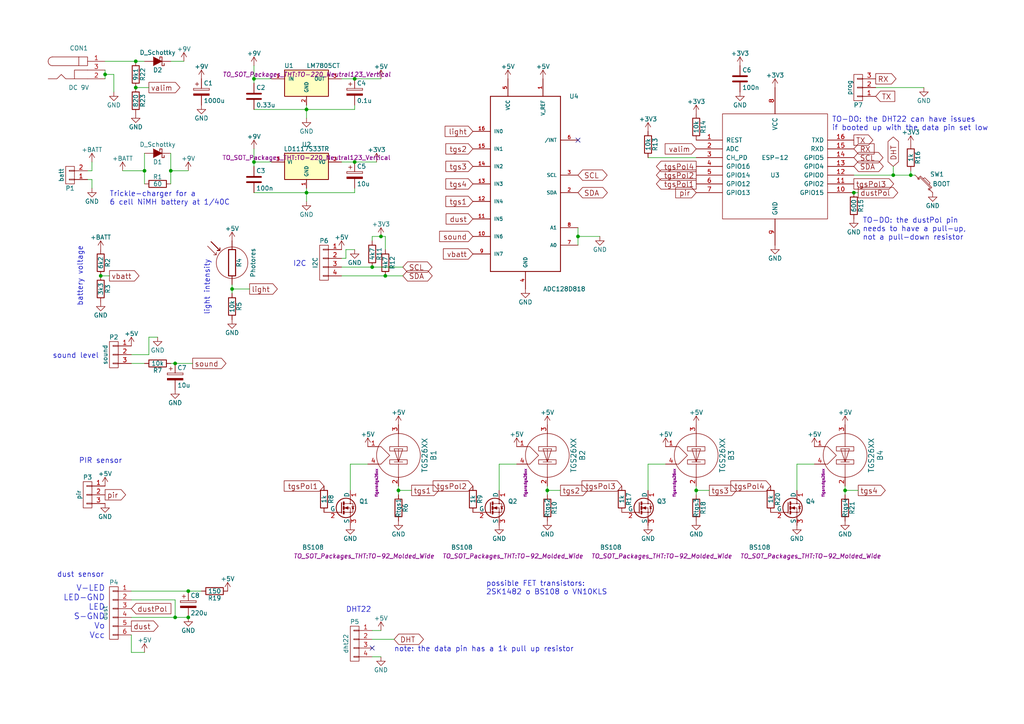
<source format=kicad_sch>
(kicad_sch (version 20230121) (generator eeschema)
  (paper "A4")
  (lib_symbols
    (symbol "sensors-rescue:+3.3V" (power) (pin_names (offset 0))
      (property "Value" "+3.3V" (at 0 3.556 0))
      (symbol "+3.3V_1_1"
        (pin power_in line (at 0 0 90) (length 0) hide (name "+3V3") (number "1"))
      )
    )
    (symbol "sensors-rescue:+5V" (power) (pin_names (offset 0))
      (property "Value" "+5V" (at 0 3.556 0))
      (symbol "+5V_1_1"
        (pin power_in line (at 0 0 90) (length 0) hide (name "+5V") (number "1"))
      )
    )
    (symbol "sensors-rescue:+9V" (power) (pin_names (offset 0))
      (property "Value" "+9V" (at 0 3.556 0))
      (symbol "+9V_1_1"
        (pin power_in line (at 0 0 90) (length 0) hide (name "+9V") (number "1"))
      )
    )
    (symbol "sensors-rescue:+BATT" (power) (pin_names (offset 0))
      (property "Value" "+BATT" (at 0 3.556 0))
      (symbol "+BATT_1_1"
        (pin power_in line (at 0 0 90) (length 0) hide (name "+BATT") (number "1"))
      )
    )
    (symbol "sensors-rescue:ADC128D818" (pin_names (offset 1.016))
      (property "Reference" "U" (at 12.7 25.4 0))
      (property "Value" "ADC128D818" (at 5.08 -30.48 0))
      (symbol "ADC128D818_0_0"
        (pin input line (at 5.08 30.48 270) (length 5.08) (name "V_REF") (number "1"))
        (pin input line (at -15.24 -15.24 0) (length 5.08) (name "IN6") (number "10"))
        (pin input line (at -15.24 -10.16 0) (length 5.08) (name "IN5") (number "11"))
        (pin input line (at -15.24 -5.08 0) (length 5.08) (name "IN4") (number "12"))
        (pin input line (at -15.24 0 0) (length 5.08) (name "IN3") (number "13"))
        (pin input line (at -15.24 5.08 0) (length 5.08) (name "IN2") (number "14"))
        (pin input line (at -15.24 10.16 0) (length 5.08) (name "IN1") (number "15"))
        (pin input line (at -15.24 15.24 0) (length 5.08) (name "IN0") (number "16"))
        (pin bidirectional line (at 15.24 -2.54 180) (length 5.08) (name "SDA") (number "2"))
        (pin input line (at 15.24 2.54 180) (length 5.08) (name "SCL") (number "3"))
        (pin input line (at 0 -30.48 90) (length 5.08) (name "GND") (number "4"))
        (pin input line (at -5.08 30.48 270) (length 5.08) (name "VCC") (number "5"))
        (pin output line (at 15.24 12.7 180) (length 5.08) (name "/INT") (number "6"))
        (pin input line (at 15.24 -17.78 180) (length 5.08) (name "A0") (number "7"))
        (pin input line (at 15.24 -12.7 180) (length 5.08) (name "A1") (number "8"))
        (pin input line (at -15.24 -20.32 0) (length 5.08) (name "IN7") (number "9"))
      )
    )
    (symbol "sensors-rescue:BARREL_JACK" (pin_names (offset 1.016))
      (property "Reference" "CON" (at 0 6.35 0))
      (property "Value" "BARREL_JACK" (at 0 -5.08 0))
      (symbol "BARREL_JACK_1_1"
        (pin passive line (at 7.62 2.54 180) (length 5.08) (name "~") (number "1"))
        (pin passive line (at 7.62 -2.54 180) (length 5.08) (name "~") (number "2"))
        (pin passive line (at 7.62 0 180) (length 5.08) (name "~") (number "3"))
      )
    )
    (symbol "sensors-rescue:BS170" (pin_names (offset 0))
      (property "Reference" "Q" (at 5.08 1.905 0))
      (property "Value" "BS170" (at 5.08 0 0))
      (property "Footprint" "TO-92" (at 5.08 -1.905 0))
      (symbol "BS170_1_1"
        (pin passive line (at 2.54 5.08 270) (length 2.54) (name "D") (number "1"))
        (pin input line (at -5.08 -1.27 0) (length 5.08) (name "G") (number "2"))
        (pin passive line (at 2.54 -5.08 90) (length 2.54) (name "S") (number "3"))
      )
    )
    (symbol "sensors-rescue:C" (pin_numbers hide) (pin_names (offset 0.254))
      (property "Reference" "C" (at 0.635 2.54 0))
      (property "Value" "C" (at 0.635 -2.54 0))
      (symbol "C_1_1"
        (pin passive line (at 0 3.81 270) (length 2.794) (name "~") (number "1"))
        (pin passive line (at 0 -3.81 90) (length 2.794) (name "~") (number "2"))
      )
    )
    (symbol "sensors-rescue:CONN_01X02" (pin_names (offset 1.016) hide)
      (property "Reference" "P" (at 0 3.81 0))
      (property "Value" "CONN_01X02" (at 2.54 0 90))
      (symbol "CONN_01X02_1_1"
        (pin passive line (at -5.08 1.27 0) (length 3.81) (name "P1") (number "1"))
        (pin passive line (at -5.08 -1.27 0) (length 3.81) (name "P2") (number "2"))
      )
    )
    (symbol "sensors-rescue:CONN_01X03" (pin_names (offset 1.016) hide)
      (property "Reference" "P" (at 0 5.08 0))
      (property "Value" "CONN_01X03" (at 2.54 0 90))
      (symbol "CONN_01X03_1_1"
        (pin passive line (at -5.08 2.54 0) (length 3.81) (name "P1") (number "1"))
        (pin passive line (at -5.08 0 0) (length 3.81) (name "P2") (number "2"))
        (pin passive line (at -5.08 -2.54 0) (length 3.81) (name "P3") (number "3"))
      )
    )
    (symbol "sensors-rescue:CONN_01X04" (pin_names (offset 1.016) hide)
      (property "Reference" "P" (at 0 6.35 0))
      (property "Value" "CONN_01X04" (at 2.54 0 90))
      (symbol "CONN_01X04_1_1"
        (pin passive line (at -5.08 3.81 0) (length 3.81) (name "P1") (number "1"))
        (pin passive line (at -5.08 1.27 0) (length 3.81) (name "P2") (number "2"))
        (pin passive line (at -5.08 -1.27 0) (length 3.81) (name "P3") (number "3"))
        (pin passive line (at -5.08 -3.81 0) (length 3.81) (name "P4") (number "4"))
      )
    )
    (symbol "sensors-rescue:CONN_01X06" (pin_names (offset 1.016) hide)
      (property "Reference" "P" (at 0 8.89 0))
      (property "Value" "CONN_01X06" (at 2.54 0 90))
      (symbol "CONN_01X06_1_1"
        (pin passive line (at -5.08 6.35 0) (length 3.81) (name "P1") (number "1"))
        (pin passive line (at -5.08 3.81 0) (length 3.81) (name "P2") (number "2"))
        (pin passive line (at -5.08 1.27 0) (length 3.81) (name "P3") (number "3"))
        (pin passive line (at -5.08 -1.27 0) (length 3.81) (name "P4") (number "4"))
        (pin passive line (at -5.08 -3.81 0) (length 3.81) (name "P5") (number "5"))
        (pin passive line (at -5.08 -6.35 0) (length 3.81) (name "P6") (number "6"))
      )
    )
    (symbol "sensors-rescue:CP" (pin_numbers hide) (pin_names (offset 0.254))
      (property "Reference" "C" (at 0.635 2.54 0))
      (property "Value" "CP" (at 0.635 -2.54 0))
      (symbol "CP_1_1"
        (pin passive line (at 0 3.81 270) (length 2.794) (name "~") (number "1"))
        (pin passive line (at 0 -3.81 90) (length 2.794) (name "~") (number "2"))
      )
    )
    (symbol "sensors-rescue:D_Schottky" (pin_numbers hide) (pin_names (offset 1.016) hide)
      (property "Reference" "D" (at 0 2.54 0))
      (property "Value" "D_Schottky" (at 0 -2.54 0))
      (symbol "D_Schottky_1_1"
        (pin passive line (at -3.81 0 0) (length 2.54) (name "K") (number "1"))
        (pin passive line (at 3.81 0 180) (length 2.54) (name "A") (number "2"))
      )
    )
    (symbol "sensors-rescue:ESP-12" (pin_names (offset 1.016))
      (property "Reference" "U" (at 0 -2.54 0))
      (property "Value" "ESP-12" (at 0 2.54 0))
      (symbol "ESP-12_1_1"
        (pin input line (at -22.86 7.62 0) (length 7.62) (name "REST") (number "1"))
        (pin bidirectional line (at 22.86 -7.62 180) (length 7.62) (name "GPIO15") (number "10"))
        (pin bidirectional line (at 22.86 -5.08 180) (length 7.62) (name "GPIO2") (number "11"))
        (pin bidirectional line (at 22.86 -2.54 180) (length 7.62) (name "GPIO0") (number "12"))
        (pin bidirectional line (at 22.86 0 180) (length 7.62) (name "GPIO4") (number "13"))
        (pin bidirectional line (at 22.86 2.54 180) (length 7.62) (name "GPIO5") (number "14"))
        (pin input line (at 22.86 5.08 180) (length 7.62) (name "RXD") (number "15"))
        (pin output line (at 22.86 7.62 180) (length 7.62) (name "TXD") (number "16"))
        (pin passive line (at -22.86 5.08 0) (length 7.62) (name "ADC") (number "2"))
        (pin input line (at -22.86 2.54 0) (length 7.62) (name "CH_PD") (number "3"))
        (pin bidirectional line (at -22.86 0 0) (length 7.62) (name "GPIO16") (number "4"))
        (pin bidirectional line (at -22.86 -2.54 0) (length 7.62) (name "GPIO14") (number "5"))
        (pin bidirectional line (at -22.86 -5.08 0) (length 7.62) (name "GPIO12") (number "6"))
        (pin bidirectional line (at -22.86 -7.62 0) (length 7.62) (name "GPIO13") (number "7"))
        (pin power_in line (at 0 22.86 270) (length 7.62) (name "VCC") (number "8"))
        (pin power_in line (at 0 -22.86 90) (length 7.62) (name "GND") (number "9"))
      )
    )
    (symbol "sensors-rescue:GND" (power) (pin_names (offset 0))
      (property "Value" "GND" (at 0 -3.81 0))
      (symbol "GND_1_1"
        (pin power_in line (at 0 0 270) (length 0) hide (name "GND") (number "1"))
      )
    )
    (symbol "sensors-rescue:LD1117S33TR" (pin_names (offset 0.762))
      (property "Reference" "U" (at 0 6.35 0))
      (property "Value" "LD1117S33TR" (at 0 5.08 0))
      (property "Footprint" "SOT-223" (at 0 2.54 0))
      (symbol "LD1117S33TR_1_1"
        (pin power_in line (at 0 -6.35 90) (length 2.54) (name "GND") (number "1"))
        (pin power_out line (at 10.16 1.27 180) (length 3.81) (name "VO") (number "2"))
        (pin power_in line (at -10.16 1.27 0) (length 3.81) (name "VI") (number "3"))
      )
    )
    (symbol "sensors-rescue:LM7805CT" (pin_names (offset 1.016))
      (property "Reference" "U" (at -5.08 5.08 0))
      (property "Value" "LM7805CT" (at 0 5.08 0))
      (property "Footprint" "TO-220" (at 0 2.54 0))
      (symbol "LM7805CT_1_1"
        (pin input line (at -10.16 1.27 0) (length 3.81) (name "IN") (number "1"))
        (pin power_in line (at 0 -6.35 90) (length 2.54) (name "GND") (number "2"))
        (pin power_out line (at 10.16 1.27 180) (length 3.81) (name "OUT") (number "3"))
      )
    )
    (symbol "sensors-rescue:Photores" (pin_numbers hide) (pin_names (offset 0))
      (property "Reference" "R" (at 2.032 0 90))
      (property "Value" "Photores" (at 5.334 0 90))
      (symbol "Photores_1_1"
        (pin passive line (at 0 6.35 270) (length 2.54) (name "~") (number "1"))
        (pin passive line (at 0 -6.35 90) (length 2.54) (name "~") (number "2"))
      )
    )
    (symbol "sensors-rescue:R" (pin_numbers hide) (pin_names (offset 0))
      (property "Reference" "R" (at 2.032 0 90))
      (property "Value" "R" (at 0 0 90))
      (symbol "R_1_1"
        (pin passive line (at 0 3.81 270) (length 1.27) (name "~") (number "1"))
        (pin passive line (at 0 -3.81 90) (length 1.27) (name "~") (number "2"))
      )
    )
    (symbol "sensors-rescue:SW_PUSH_SMALL" (pin_numbers hide) (pin_names (offset 1.016) hide)
      (property "Reference" "SW" (at 3.81 2.794 0))
      (property "Value" "SW_PUSH_SMALL" (at 0 -2.0066 0))
      (symbol "SW_PUSH_SMALL_0_1"
        (pin passive line (at -2.54 2.54 0) (length 0) (name "1") (number "1"))
        (pin passive line (at 2.54 -2.54 180) (length 0) (name "2") (number "2"))
      )
    )
    (symbol "sensors-rescue:TGS2600" (pin_names (offset 0) hide)
      (property "Reference" "B" (at 0 10.16 0))
      (property "Value" "TGS2600" (at 0 7.62 0))
      (property "Footprint" "Pkg" (at 3.81 -6.35 0))
      (symbol "TGS2600_1_1"
        (pin input line (at -2.54 -8.89 90) (length 3.175) (name "~") (number "1"))
        (pin input line (at 8.89 0 180) (length 2.54) (name "-") (number "2"))
        (pin input line (at -8.89 0 0) (length 2.54) (name "~") (number "3"))
        (pin input line (at 2.54 -8.89 90) (length 3.175) (name "~") (number "4"))
      )
    )
  )
  (junction (at 50.8 179.07))
  (junction (at 107.95 77.47))
  (junction (at 102.87 22.86))
  (junction (at 88.9 55.88))
  (junction (at 39.37 25.4))
  (junction (at 54.61 171.45))
  (junction (at 158.75 142.24))
  (junction (at 49.53 49.53))
  (junction (at 30.48 21.59))
  (junction (at 88.9 31.75))
  (junction (at 201.93 142.24))
  (junction (at 73.66 22.86))
  (junction (at 54.61 179.07))
  (junction (at 29.21 80.01))
  (junction (at 259.08 50.8))
  (junction (at 110.49 68.58))
  (junction (at 115.57 142.24))
  (junction (at 50.8 105.41))
  (junction (at 247.65 55.88))
  (junction (at 67.31 83.82))
  (junction (at 264.16 50.8))
  (junction (at 41.91 49.53))
  (junction (at 167.64 68.58))
  (junction (at 245.11 142.24))
  (junction (at 39.37 17.78))
  (junction (at 111.76 80.01))
  (junction (at 102.87 46.99))
  (junction (at 73.66 46.99))
  (no_connect (at 107.95 187.96))
  (no_connect (at 167.64 40.64))
  (wire (pts (xy 264.16 49.53) (xy 264.16 50.8)))
  (wire (pts (xy 54.61 171.45) (xy 58.42 171.45)))
  (wire (pts (xy 26.67 54.61) (xy 26.67 52.07)))
  (wire (pts (xy 88.9 55.88) (xy 88.9 58.42)))
  (wire (pts (xy 49.53 49.53) (xy 49.53 53.34)))
  (wire (pts (xy 158.75 142.24) (xy 162.56 142.24)))
  (wire (pts (xy 30.48 21.59) (xy 33.02 21.59)))
  (wire (pts (xy 245.11 142.24) (xy 248.92 142.24)))
  (wire (pts (xy 248.92 55.88) (xy 247.65 55.88)))
  (wire (pts (xy 73.66 43.18) (xy 73.66 46.99)))
  (wire (pts (xy 201.93 143.51) (xy 201.93 142.24)))
  (wire (pts (xy 26.67 52.07) (xy 25.4 52.07)))
  (wire (pts (xy 88.9 55.88) (xy 102.87 55.88)))
  (wire (pts (xy 100.33 72.39) (xy 102.87 72.39)))
  (wire (pts (xy 111.76 68.58) (xy 111.76 72.39)))
  (wire (pts (xy 187.96 142.24) (xy 187.96 134.62)))
  (wire (pts (xy 107.95 68.58) (xy 110.49 68.58)))
  (wire (pts (xy 49.53 49.53) (xy 54.61 49.53)))
  (wire (pts (xy 158.75 142.24) (xy 158.75 140.97)))
  (wire (pts (xy 50.8 173.99) (xy 50.8 179.07)))
  (wire (pts (xy 99.06 74.93) (xy 100.33 74.93)))
  (wire (pts (xy 100.33 74.93) (xy 100.33 72.39)))
  (wire (pts (xy 267.97 25.4) (xy 254 25.4)))
  (wire (pts (xy 30.48 20.32) (xy 30.48 21.59)))
  (wire (pts (xy 67.31 83.82) (xy 67.31 82.55)))
  (wire (pts (xy 38.1 179.07) (xy 50.8 179.07)))
  (wire (pts (xy 99.06 46.99) (xy 102.87 46.99)))
  (wire (pts (xy 187.96 134.62) (xy 193.04 134.62)))
  (wire (pts (xy 78.74 46.99) (xy 73.66 46.99)))
  (wire (pts (xy 167.64 68.58) (xy 167.64 66.04)))
  (wire (pts (xy 115.57 142.24) (xy 119.38 142.24)))
  (wire (pts (xy 88.9 30.48) (xy 88.9 31.75)))
  (wire (pts (xy 41.91 49.53) (xy 41.91 53.34)))
  (wire (pts (xy 30.48 21.59) (xy 30.48 22.86)))
  (wire (pts (xy 115.57 142.24) (xy 115.57 140.97)))
  (wire (pts (xy 265.43 50.8) (xy 264.16 50.8)))
  (wire (pts (xy 49.53 44.45) (xy 49.53 49.53)))
  (wire (pts (xy 101.6 134.62) (xy 106.68 134.62)))
  (wire (pts (xy 38.1 189.23) (xy 41.91 189.23)))
  (wire (pts (xy 38.1 102.87) (xy 43.18 102.87)))
  (wire (pts (xy 102.87 22.86) (xy 110.49 22.86)))
  (wire (pts (xy 73.66 22.86) (xy 73.66 24.13)))
  (wire (pts (xy 201.93 142.24) (xy 205.74 142.24)))
  (wire (pts (xy 99.06 77.47) (xy 107.95 77.47)))
  (wire (pts (xy 67.31 85.09) (xy 67.31 83.82)))
  (wire (pts (xy 53.34 17.78) (xy 49.53 17.78)))
  (wire (pts (xy 107.95 77.47) (xy 116.84 77.47)))
  (wire (pts (xy 110.49 190.5) (xy 107.95 190.5)))
  (wire (pts (xy 245.11 143.51) (xy 245.11 142.24)))
  (wire (pts (xy 158.75 143.51) (xy 158.75 142.24)))
  (wire (pts (xy 43.18 25.4) (xy 39.37 25.4)))
  (wire (pts (xy 38.1 184.15) (xy 38.1 189.23)))
  (wire (pts (xy 245.11 142.24) (xy 245.11 140.97)))
  (wire (pts (xy 67.31 83.82) (xy 72.39 83.82)))
  (wire (pts (xy 111.76 80.01) (xy 116.84 80.01)))
  (wire (pts (xy 30.48 17.78) (xy 39.37 17.78)))
  (wire (pts (xy 41.91 105.41) (xy 38.1 105.41)))
  (wire (pts (xy 110.49 182.88) (xy 107.95 182.88)))
  (wire (pts (xy 41.91 44.45) (xy 41.91 49.53)))
  (wire (pts (xy 88.9 54.61) (xy 88.9 55.88)))
  (wire (pts (xy 33.02 21.59) (xy 33.02 26.67)))
  (wire (pts (xy 73.66 19.05) (xy 73.66 22.86)))
  (wire (pts (xy 259.08 48.26) (xy 259.08 50.8)))
  (wire (pts (xy 110.49 68.58) (xy 111.76 68.58)))
  (wire (pts (xy 38.1 173.99) (xy 50.8 173.99)))
  (wire (pts (xy 43.18 97.79) (xy 45.72 97.79)))
  (wire (pts (xy 43.18 102.87) (xy 43.18 97.79)))
  (wire (pts (xy 99.06 22.86) (xy 102.87 22.86)))
  (wire (pts (xy 35.56 49.53) (xy 41.91 49.53)))
  (wire (pts (xy 26.67 49.53) (xy 26.67 46.99)))
  (wire (pts (xy 231.14 134.62) (xy 236.22 134.62)))
  (wire (pts (xy 73.66 46.99) (xy 73.66 48.26)))
  (wire (pts (xy 144.78 134.62) (xy 149.86 134.62)))
  (wire (pts (xy 173.99 68.58) (xy 167.64 68.58)))
  (wire (pts (xy 167.64 71.12) (xy 167.64 68.58)))
  (wire (pts (xy 38.1 171.45) (xy 54.61 171.45)))
  (wire (pts (xy 264.16 50.8) (xy 259.08 50.8)))
  (wire (pts (xy 187.96 45.72) (xy 201.93 45.72)))
  (wire (pts (xy 50.8 179.07) (xy 54.61 179.07)))
  (wire (pts (xy 25.4 49.53) (xy 26.67 49.53)))
  (wire (pts (xy 231.14 142.24) (xy 231.14 134.62)))
  (wire (pts (xy 99.06 80.01) (xy 111.76 80.01)))
  (wire (pts (xy 115.57 143.51) (xy 115.57 142.24)))
  (wire (pts (xy 88.9 31.75) (xy 102.87 31.75)))
  (wire (pts (xy 88.9 31.75) (xy 88.9 34.29)))
  (wire (pts (xy 114.3 185.42) (xy 107.95 185.42)))
  (wire (pts (xy 50.8 105.41) (xy 55.88 105.41)))
  (wire (pts (xy 144.78 142.24) (xy 144.78 134.62)))
  (wire (pts (xy 102.87 55.88) (xy 102.87 54.61)))
  (wire (pts (xy 49.53 105.41) (xy 50.8 105.41)))
  (wire (pts (xy 31.75 80.01) (xy 29.21 80.01)))
  (wire (pts (xy 73.66 55.88) (xy 88.9 55.88)))
  (wire (pts (xy 201.93 142.24) (xy 201.93 140.97)))
  (wire (pts (xy 73.66 31.75) (xy 88.9 31.75)))
  (wire (pts (xy 39.37 17.78) (xy 41.91 17.78)))
  (wire (pts (xy 78.74 22.86) (xy 73.66 22.86)))
  (wire (pts (xy 102.87 31.75) (xy 102.87 30.48)))
  (wire (pts (xy 107.95 69.85) (xy 107.95 68.58)))
  (wire (pts (xy 102.87 46.99) (xy 109.22 46.99)))
  (wire (pts (xy 259.08 50.8) (xy 247.65 50.8)))
  (wire (pts (xy 101.6 142.24) (xy 101.6 134.62)))
  (text "I2C" (at 88.9 77.47 0) (effects (font (size 1.524 1.524)) (justify right bottom)))
  (text "dust sensor" (at 16.51 167.64 0) (effects (font (size 1.524 1.524)) (justify left bottom)))
  (text "TO-DO: the dustPol pin\nneeds to have a pull-up,\nnot a pull-down resistor" (at 250.19 69.85 0) (effects (font (size 1.524 1.524)) (justify left bottom)))
  (text "Trickle-charger for a\n6 cell NiMH battery at 1/40C" (at 31.75 59.69 0) (effects (font (size 1.524 1.524)) (justify left bottom)))
  (text "note: the data pin has a 1k pull up resistor" (at 114.3 189.23 0) (effects (font (size 1.524 1.524)) (justify left bottom)))
  (text "sound level" (at 15.24 104.14 0) (effects (font (size 1.524 1.524)) (justify left bottom)))
  (text "TO-DO: the DHT22 can have issues\nif booted up with the data pin set low" (at 241.3 38.1 0) (effects (font (size 1.524 1.524)) (justify left bottom)))
  (text "possible FET transistors:\n2SK1482 o BS108 o VN10KLS" (at 140.97 172.72 0) (effects (font (size 1.524 1.524)) (justify left bottom)))
  (text "PIR sensor" (at 22.86 134.62 0) (effects (font (size 1.524 1.524)) (justify left bottom)))
  (text "DHT22" (at 100.33 177.8 0) (effects (font (size 1.524 1.524)) (justify left bottom)))
  (text "V-LED\nLED-GND\nLED\nS-GND\nVo\nVcc" (at 30.48 185.42 0) (effects (font (size 1.7018 1.7018)) (justify right bottom)))
  (text "battery voltage" (at 24.13 88.9 90) (effects (font (size 1.524 1.524)) (justify left bottom)))
  (text "light intensity" (at 60.96 91.44 90) (effects (font (size 1.524 1.524)) (justify left bottom)))
  (global_label "tgsPol1" (shape input) (at 93.98 140.97 180) (effects (font (size 1.524 1.524))) (property "Intersheetrefs" "${INTERSHEET_REFS}" (effects hide)))
  (global_label "tgs2" (shape output) (at 162.56 142.24 0) (effects (font (size 1.524 1.524))) (property "Intersheetrefs" "${INTERSHEET_REFS}" (effects hide)))
  (global_label "SDA" (shape bidirectional) (at 247.65 48.26 0) (effects (font (size 1.524 1.524))) (property "Intersheetrefs" "${INTERSHEET_REFS}" (effects hide)))
  (global_label "SDA" (shape bidirectional) (at 167.64 55.88 0) (effects (font (size 1.524 1.524))) (property "Intersheetrefs" "${INTERSHEET_REFS}" (effects hide)))
  (global_label "DHT" (shape bidirectional) (at 114.3 185.42 0) (effects (font (size 1.524 1.524))) (property "Intersheetrefs" "${INTERSHEET_REFS}" (effects hide)))
  (global_label "SCL" (shape bidirectional) (at 167.64 50.8 0) (effects (font (size 1.524 1.524))) (property "Intersheetrefs" "${INTERSHEET_REFS}" (effects hide)))
  (global_label "SCL" (shape bidirectional) (at 247.65 45.72 0) (effects (font (size 1.524 1.524))) (property "Intersheetrefs" "${INTERSHEET_REFS}" (effects hide)))
  (global_label "SCL" (shape bidirectional) (at 116.84 77.47 0) (effects (font (size 1.524 1.524))) (property "Intersheetrefs" "${INTERSHEET_REFS}" (effects hide)))
  (global_label "tgsPol4" (shape input) (at 223.52 140.97 180) (effects (font (size 1.524 1.524))) (property "Intersheetrefs" "${INTERSHEET_REFS}" (effects hide)))
  (global_label "dustPol" (shape input) (at 38.1 176.53 0) (effects (font (size 1.524 1.524))) (property "Intersheetrefs" "${INTERSHEET_REFS}" (effects hide)))
  (global_label "pir" (shape input) (at 201.93 55.88 180) (effects (font (size 1.524 1.524))) (property "Intersheetrefs" "${INTERSHEET_REFS}" (effects hide)))
  (global_label "tgsPol2" (shape output) (at 201.93 50.8 180) (effects (font (size 1.524 1.524))) (property "Intersheetrefs" "${INTERSHEET_REFS}" (effects hide)))
  (global_label "sound" (shape output) (at 55.88 105.41 0) (effects (font (size 1.524 1.524))) (property "Intersheetrefs" "${INTERSHEET_REFS}" (effects hide)))
  (global_label "SDA" (shape bidirectional) (at 116.84 80.01 0) (effects (font (size 1.524 1.524))) (property "Intersheetrefs" "${INTERSHEET_REFS}" (effects hide)))
  (global_label "tgsPol3" (shape output) (at 247.65 53.34 0) (effects (font (size 1.524 1.524))) (property "Intersheetrefs" "${INTERSHEET_REFS}" (effects hide)))
  (global_label "tgsPol4" (shape output) (at 201.93 48.26 180) (effects (font (size 1.524 1.524))) (property "Intersheetrefs" "${INTERSHEET_REFS}" (effects hide)))
  (global_label "tgs1" (shape input) (at 137.16 58.42 180) (effects (font (size 1.524 1.524))) (property "Intersheetrefs" "${INTERSHEET_REFS}" (effects hide)))
  (global_label "tgs3" (shape input) (at 137.16 48.26 180) (effects (font (size 1.524 1.524))) (property "Intersheetrefs" "${INTERSHEET_REFS}" (effects hide)))
  (global_label "tgs4" (shape input) (at 137.16 53.34 180) (effects (font (size 1.524 1.524))) (property "Intersheetrefs" "${INTERSHEET_REFS}" (effects hide)))
  (global_label "tgsPol2" (shape input) (at 137.16 140.97 180) (effects (font (size 1.524 1.524))) (property "Intersheetrefs" "${INTERSHEET_REFS}" (effects hide)))
  (global_label "RX" (shape input) (at 247.65 43.18 0) (effects (font (size 1.524 1.524))) (property "Intersheetrefs" "${INTERSHEET_REFS}" (effects hide)))
  (global_label "tgs3" (shape output) (at 205.74 142.24 0) (effects (font (size 1.524 1.524))) (property "Intersheetrefs" "${INTERSHEET_REFS}" (effects hide)))
  (global_label "vbatt" (shape output) (at 31.75 80.01 0) (effects (font (size 1.524 1.524))) (property "Intersheetrefs" "${INTERSHEET_REFS}" (effects hide)))
  (global_label "dust" (shape output) (at 38.1 181.61 0) (effects (font (size 1.524 1.524))) (property "Intersheetrefs" "${INTERSHEET_REFS}" (effects hide)))
  (global_label "vbatt" (shape input) (at 137.16 73.66 180) (effects (font (size 1.524 1.524))) (property "Intersheetrefs" "${INTERSHEET_REFS}" (effects hide)))
  (global_label "tgs2" (shape input) (at 137.16 43.18 180) (effects (font (size 1.524 1.524))) (property "Intersheetrefs" "${INTERSHEET_REFS}" (effects hide)))
  (global_label "tgs4" (shape output) (at 248.92 142.24 0) (effects (font (size 1.524 1.524))) (property "Intersheetrefs" "${INTERSHEET_REFS}" (effects hide)))
  (global_label "tgsPol1" (shape output) (at 201.93 53.34 180) (effects (font (size 1.524 1.524))) (property "Intersheetrefs" "${INTERSHEET_REFS}" (effects hide)))
  (global_label "DHT" (shape bidirectional) (at 259.08 48.26 90) (effects (font (size 1.524 1.524))) (property "Intersheetrefs" "${INTERSHEET_REFS}" (effects hide)))
  (global_label "RX" (shape output) (at 254 22.86 0) (effects (font (size 1.524 1.524))) (property "Intersheetrefs" "${INTERSHEET_REFS}" (effects hide)))
  (global_label "light" (shape output) (at 72.39 83.82 0) (effects (font (size 1.524 1.524))) (property "Intersheetrefs" "${INTERSHEET_REFS}" (effects hide)))
  (global_label "dustPol" (shape output) (at 248.92 55.88 0) (effects (font (size 1.524 1.524))) (property "Intersheetrefs" "${INTERSHEET_REFS}" (effects hide)))
  (global_label "sound" (shape input) (at 137.16 68.58 180) (effects (font (size 1.524 1.524))) (property "Intersheetrefs" "${INTERSHEET_REFS}" (effects hide)))
  (global_label "light" (shape input) (at 137.16 38.1 180) (effects (font (size 1.524 1.524))) (property "Intersheetrefs" "${INTERSHEET_REFS}" (effects hide)))
  (global_label "TX" (shape input) (at 254 27.94 0) (effects (font (size 1.524 1.524))) (property "Intersheetrefs" "${INTERSHEET_REFS}" (effects hide)))
  (global_label "valim" (shape output) (at 43.18 25.4 0) (effects (font (size 1.524 1.524))) (property "Intersheetrefs" "${INTERSHEET_REFS}" (effects hide)))
  (global_label "pir" (shape output) (at 30.48 143.51 0) (effects (font (size 1.524 1.524))) (property "Intersheetrefs" "${INTERSHEET_REFS}" (effects hide)))
  (global_label "dust" (shape input) (at 137.16 63.5 180) (effects (font (size 1.524 1.524))) (property "Intersheetrefs" "${INTERSHEET_REFS}" (effects hide)))
  (global_label "tgs1" (shape output) (at 119.38 142.24 0) (effects (font (size 1.524 1.524))) (property "Intersheetrefs" "${INTERSHEET_REFS}" (effects hide)))
  (global_label "valim" (shape input) (at 201.93 43.18 180) (effects (font (size 1.524 1.524))) (property "Intersheetrefs" "${INTERSHEET_REFS}" (effects hide)))
  (global_label "TX" (shape output) (at 247.65 40.64 0) (effects (font (size 1.524 1.524))) (property "Intersheetrefs" "${INTERSHEET_REFS}" (effects hide)))
  (global_label "tgsPol3" (shape input) (at 180.34 140.97 180) (effects (font (size 1.524 1.524))) (property "Intersheetrefs" "${INTERSHEET_REFS}" (effects hide)))
  (symbol (lib_id "sensors-rescue:+9V") (at 54.61 49.53 0) (unit 1)
    (property "Reference" "#PWR01" (effects hide))
    (property "Value" "+9V" (at 54.61 45.974 0))
  )
  (symbol (lib_id "sensors-rescue:+BATT") (at 35.56 49.53 0) (unit 1)
    (property "Reference" "#PWR02" (effects hide))
    (property "Value" "+BATT" (at 35.56 45.974 0))
  )
  (symbol (lib_id "sensors-rescue:R") (at 45.72 53.34 90) (unit 1)
    (property "Reference" "R1" (at 45.72 51.308 90))
    (property "Value" "60" (at 45.72 53.34 90))
    (property "Footprint" "Resistors_ThroughHole:Resistor_Horizontal_RM20mm" (effects hide))
  )
  (symbol (lib_id "sensors-rescue:D_Schottky") (at 45.72 44.45 180) (unit 1)
    (property "Reference" "D1" (at 45.72 46.99 0))
    (property "Value" "D_Schottky" (at 45.72 41.91 0))
    (property "Footprint" "Diodes_ThroughHole:Diode_DO-41_SOD81_Vertical_KathodeUp" (effects hide))
  )
  (symbol (lib_id "sensors-rescue:CP") (at 58.42 26.67 0) (unit 1)
    (property "Reference" "C1" (at 59.055 24.13 0) (effects (justify left)))
    (property "Value" "1000u" (at 59.055 29.21 0) (effects (justify left)))
    (property "Footprint" "Capacitors_ThroughHole:C_Radial_D10_L16_P5" (effects hide))
  )
  (symbol (lib_id "sensors-rescue:+9V") (at 73.66 43.18 0) (unit 1)
    (property "Reference" "#PWR03" (effects hide))
    (property "Value" "+9V" (at 73.66 39.624 0))
  )
  (symbol (lib_id "sensors-rescue:C") (at 73.66 52.07 0) (unit 1)
    (property "Reference" "C3" (at 74.295 49.53 0) (effects (justify left)))
    (property "Value" "100n" (at 74.295 54.61 0) (effects (justify left)))
    (property "Footprint" "Capacitors_ThroughHole:C_Rect_L7_W2_P5" (effects hide))
  )
  (symbol (lib_id "sensors-rescue:CP") (at 102.87 50.8 0) (unit 1)
    (property "Reference" "C5" (at 103.505 48.26 0) (effects (justify left)))
    (property "Value" "10u" (at 103.505 53.34 0) (effects (justify left)))
    (property "Footprint" "Capacitors_ThroughHole:C_Radial_D8_L11.5_P3.5" (effects hide))
  )
  (symbol (lib_id "sensors-rescue:GND") (at 88.9 58.42 0) (unit 1)
    (property "Reference" "#PWR04" (effects hide))
    (property "Value" "GND" (at 88.9 62.23 0))
  )
  (symbol (lib_id "sensors-rescue:LM7805CT") (at 88.9 24.13 0) (unit 1)
    (property "Reference" "U1" (at 83.82 19.05 0))
    (property "Value" "LM7805CT" (at 88.9 19.05 0) (effects (justify left)))
    (property "Footprint" "TO_SOT_Packages_THT:TO-220_Neutral123_Vertical" (at 88.9 21.59 0) (effects (font italic)))
  )
  (symbol (lib_id "sensors-rescue:+9V") (at 73.66 19.05 0) (unit 1)
    (property "Reference" "#PWR05" (effects hide))
    (property "Value" "+9V" (at 73.66 15.494 0))
  )
  (symbol (lib_id "sensors-rescue:C") (at 73.66 27.94 0) (unit 1)
    (property "Reference" "C2" (at 74.295 25.4 0) (effects (justify left)))
    (property "Value" "0.33u" (at 74.295 30.48 0) (effects (justify left)))
    (property "Footprint" "Capacitors_ThroughHole:C_Rect_L7_W2_P5" (effects hide))
  )
  (symbol (lib_id "sensors-rescue:CP") (at 102.87 26.67 0) (unit 1)
    (property "Reference" "C4" (at 103.505 24.13 0) (effects (justify left)))
    (property "Value" "0.1u" (at 103.505 29.21 0) (effects (justify left)))
    (property "Footprint" "Capacitors_ThroughHole:C_Radial_D8_L11.5_P3.5" (effects hide))
  )
  (symbol (lib_id "sensors-rescue:GND") (at 88.9 34.29 0) (unit 1)
    (property "Reference" "#PWR06" (effects hide))
    (property "Value" "GND" (at 88.9 38.1 0))
  )
  (symbol (lib_id "sensors-rescue:+3.3V") (at 109.22 46.99 0) (unit 1)
    (property "Reference" "#PWR07" (effects hide))
    (property "Value" "+3.3V" (at 109.22 43.434 0))
  )
  (symbol (lib_id "sensors-rescue:+5V") (at 110.49 22.86 0) (unit 1)
    (property "Reference" "#PWR08" (effects hide))
    (property "Value" "+5V" (at 110.49 19.304 0))
  )
  (symbol (lib_id "sensors-rescue:BARREL_JACK") (at 22.86 20.32 0) (unit 1)
    (property "Reference" "CON1" (at 22.86 13.97 0))
    (property "Value" "DC 9V" (at 22.86 25.4 0))
    (property "Footprint" "Connect:JACK_ALIM" (effects hide))
  )
  (symbol (lib_id "sensors-rescue:+9V") (at 53.34 17.78 0) (unit 1)
    (property "Reference" "#PWR09" (effects hide))
    (property "Value" "+9V" (at 53.34 14.224 0))
  )
  (symbol (lib_id "sensors-rescue:GND") (at 33.02 26.67 0) (unit 1)
    (property "Reference" "#PWR010" (effects hide))
    (property "Value" "GND" (at 33.02 30.48 0))
  )
  (symbol (lib_id "sensors-rescue:ESP-12") (at 224.79 48.26 0) (unit 1)
    (property "Reference" "U3" (at 224.79 50.8 0))
    (property "Value" "ESP-12" (at 224.79 45.72 0))
    (property "Footprint" "ESP8266:ESP-12" (effects hide))
  )
  (symbol (lib_id "sensors-rescue:+3.3V") (at 224.79 25.4 0) (unit 1)
    (property "Reference" "#PWR011" (effects hide))
    (property "Value" "+3.3V" (at 224.79 21.844 0))
  )
  (symbol (lib_id "sensors-rescue:GND") (at 224.79 71.12 0) (unit 1)
    (property "Reference" "#PWR012" (effects hide))
    (property "Value" "GND" (at 224.79 74.93 0))
  )
  (symbol (lib_id "sensors-rescue:CONN_01X02") (at 20.32 50.8 180) (unit 1)
    (property "Reference" "P1" (at 20.32 54.61 0))
    (property "Value" "batt" (at 17.78 50.8 90))
    (property "Footprint" "Pin_Headers:Pin_Header_Straight_1x02" (effects hide))
  )
  (symbol (lib_id "sensors-rescue:+BATT") (at 26.67 46.99 0) (unit 1)
    (property "Reference" "#PWR013" (effects hide))
    (property "Value" "+BATT" (at 26.67 43.434 0))
  )
  (symbol (lib_id "sensors-rescue:GND") (at 26.67 54.61 0) (unit 1)
    (property "Reference" "#PWR014" (effects hide))
    (property "Value" "GND" (at 26.67 58.42 0))
  )
  (symbol (lib_id "sensors-rescue:+9V") (at 58.42 22.86 0) (unit 1)
    (property "Reference" "#PWR015" (effects hide))
    (property "Value" "+9V" (at 58.42 19.304 0))
  )
  (symbol (lib_id "sensors-rescue:GND") (at 58.42 30.48 0) (unit 1)
    (property "Reference" "#PWR016" (effects hide))
    (property "Value" "GND" (at 58.42 34.29 0))
  )
  (symbol (lib_id "sensors-rescue:LD1117S33TR") (at 88.9 48.26 0) (unit 1)
    (property "Reference" "U2" (at 88.9 41.91 0))
    (property "Value" "LD1117S33TR" (at 88.9 43.18 0))
    (property "Footprint" "TO_SOT_Packages_THT:TO-220_Neutral123_Vertical" (at 88.9 45.72 0))
  )
  (symbol (lib_id "sensors-rescue:TGS2600") (at 115.57 132.08 270) (unit 1)
    (property "Reference" "B1" (at 125.73 132.08 0) (effects (font (size 1.524 1.524))))
    (property "Value" "TGS26XX" (at 123.19 132.08 0) (effects (font (size 1.524 1.524))))
    (property "Footprint" "figaro:tgs26xx" (at 109.22 135.89 0) (effects (font (size 0.762 0.762)) (justify left)))
  )
  (symbol (lib_id "sensors-rescue:BS170") (at 99.06 147.32 0) (unit 1)
    (property "Reference" "Q1" (at 104.14 145.415 0) (effects (justify left)))
    (property "Value" "BS108" (at 87.63 158.75 0) (effects (justify left)))
    (property "Footprint" "TO_SOT_Packages_THT:TO-92_Molded_Wide" (at 85.09 161.29 0) (effects (font italic) (justify left)))
  )
  (symbol (lib_id "sensors-rescue:Photores") (at 67.31 76.2 0) (unit 1)
    (property "Reference" "R4" (at 69.342 76.2 90))
    (property "Value" "Photores" (at 72.644 76.2 90) (effects (justify top)))
    (property "Footprint" "Resistors_ThroughHole:Resistor_Cement_Vertical_LargePads_KOA-BGR-5N-7N" (effects hide))
  )
  (symbol (lib_id "sensors-rescue:R") (at 67.31 88.9 0) (unit 1)
    (property "Reference" "R5" (at 69.342 88.9 90))
    (property "Value" "10k" (at 67.31 88.9 90))
    (property "Footprint" "Resistors_ThroughHole:Resistor_Horizontal_RM15mm" (effects hide))
  )
  (symbol (lib_id "sensors-rescue:+5V") (at 67.31 69.85 0) (unit 1)
    (property "Reference" "#PWR017" (effects hide))
    (property "Value" "+5V" (at 67.31 66.294 0))
  )
  (symbol (lib_id "sensors-rescue:GND") (at 67.31 92.71 0) (unit 1)
    (property "Reference" "#PWR018" (effects hide))
    (property "Value" "GND" (at 67.31 96.52 0))
  )
  (symbol (lib_id "sensors-rescue:R") (at 29.21 76.2 0) (unit 1)
    (property "Reference" "R2" (at 31.242 76.2 90))
    (property "Value" "6k2" (at 29.21 76.2 90))
    (property "Footprint" "Resistors_ThroughHole:Resistor_Horizontal_RM15mm" (effects hide))
  )
  (symbol (lib_id "sensors-rescue:R") (at 29.21 83.82 0) (unit 1)
    (property "Reference" "R3" (at 31.242 83.82 90))
    (property "Value" "3k3" (at 29.21 83.82 90))
    (property "Footprint" "Resistors_ThroughHole:Resistor_Horizontal_RM15mm" (effects hide))
  )
  (symbol (lib_id "sensors-rescue:GND") (at 29.21 87.63 0) (unit 1)
    (property "Reference" "#PWR019" (effects hide))
    (property "Value" "GND" (at 29.21 91.44 0))
  )
  (symbol (lib_id "sensors-rescue:R") (at 115.57 147.32 0) (unit 1)
    (property "Reference" "R6" (at 117.602 147.32 90))
    (property "Value" "Rtgs1" (at 115.57 147.32 90))
    (property "Footprint" "Resistors_ThroughHole:Resistor_Horizontal_RM15mm" (effects hide))
  )
  (symbol (lib_id "sensors-rescue:GND") (at 115.57 151.13 0) (unit 1)
    (property "Reference" "#PWR020" (effects hide))
    (property "Value" "GND" (at 115.57 154.94 0))
  )
  (symbol (lib_id "sensors-rescue:GND") (at 101.6 152.4 0) (unit 1)
    (property "Reference" "#PWR021" (effects hide))
    (property "Value" "GND" (at 101.6 156.21 0))
  )
  (symbol (lib_id "sensors-rescue:+5V") (at 106.68 129.54 0) (unit 1)
    (property "Reference" "#PWR022" (effects hide))
    (property "Value" "+5V" (at 106.68 125.984 0))
  )
  (symbol (lib_id "sensors-rescue:+5V") (at 115.57 123.19 0) (unit 1)
    (property "Reference" "#PWR023" (effects hide))
    (property "Value" "+5V" (at 115.57 119.634 0))
  )
  (symbol (lib_id "sensors-rescue:CONN_01X03") (at 33.02 102.87 0) (mirror y) (unit 1)
    (property "Reference" "P2" (at 33.02 97.79 0))
    (property "Value" "sound" (at 30.48 102.87 90))
    (property "Footprint" "Socket_Strips:Socket_Strip_Straight_1x03" (effects hide))
  )
  (symbol (lib_id "sensors-rescue:CONN_01X03") (at 25.4 143.51 0) (mirror y) (unit 1)
    (property "Reference" "P3" (at 25.4 138.43 0))
    (property "Value" "pir" (at 22.86 143.51 90))
    (property "Footprint" "Socket_Strips:Socket_Strip_Straight_1x03" (effects hide))
  )
  (symbol (lib_id "sensors-rescue:CONN_01X06") (at 33.02 177.8 0) (mirror y) (unit 1)
    (property "Reference" "P4" (at 33.02 168.91 0))
    (property "Value" "dust" (at 30.48 177.8 90))
    (property "Footprint" "Pin_Headers:Pin_Header_Straight_1x06" (effects hide))
  )
  (symbol (lib_id "sensors-rescue:CONN_01X04") (at 102.87 186.69 0) (mirror y) (unit 1)
    (property "Reference" "P5" (at 102.87 180.34 0))
    (property "Value" "dht22" (at 100.33 186.69 90))
    (property "Footprint" "Socket_Strips:Socket_Strip_Straight_1x04" (effects hide))
  )
  (symbol (lib_id "sensors-rescue:CONN_01X04") (at 93.98 76.2 0) (mirror y) (unit 1)
    (property "Reference" "P6" (at 93.98 69.85 0))
    (property "Value" "I2C" (at 91.44 76.2 90))
    (property "Footprint" "Socket_Strips:Socket_Strip_Straight_1x04" (effects hide))
  )
  (symbol (lib_id "sensors-rescue:R") (at 107.95 73.66 0) (unit 1)
    (property "Reference" "R11" (at 109.982 73.66 90))
    (property "Value" "4k7" (at 107.95 73.66 90))
    (property "Footprint" "Resistors_ThroughHole:Resistor_Horizontal_RM15mm" (effects hide))
  )
  (symbol (lib_id "sensors-rescue:R") (at 111.76 76.2 0) (unit 1)
    (property "Reference" "R12" (at 113.792 76.2 90))
    (property "Value" "4k7" (at 111.76 76.2 90))
    (property "Footprint" "Resistors_ThroughHole:Resistor_Horizontal_RM15mm" (effects hide))
  )
  (symbol (lib_id "sensors-rescue:CONN_01X03") (at 248.92 25.4 180) (unit 1)
    (property "Reference" "P7" (at 248.92 30.48 0))
    (property "Value" "prog" (at 246.38 25.4 90))
    (property "Footprint" "Pin_Headers:Pin_Header_Straight_1x03" (effects hide))
  )
  (symbol (lib_id "sensors-rescue:+5V") (at 99.06 72.39 0) (unit 1)
    (property "Reference" "#PWR024" (effects hide))
    (property "Value" "+5V" (at 99.06 68.834 0))
  )
  (symbol (lib_id "sensors-rescue:GND") (at 102.87 72.39 0) (unit 1)
    (property "Reference" "#PWR025" (effects hide))
    (property "Value" "GND" (at 102.87 76.2 0))
  )
  (symbol (lib_id "sensors-rescue:+3.3V") (at 110.49 68.58 0) (unit 1)
    (property "Reference" "#PWR026" (effects hide))
    (property "Value" "+3.3V" (at 110.49 65.024 0))
  )
  (symbol (lib_id "sensors-rescue:SW_PUSH_SMALL") (at 267.97 53.34 0) (unit 1)
    (property "Reference" "SW1" (at 271.78 50.546 0))
    (property "Value" "BOOT" (at 273.05 53.34 0))
    (property "Footprint" "Buttons_Switches_ThroughHole:SW_PUSH_SMALL" (effects hide))
  )
  (symbol (lib_id "sensors-rescue:GND") (at 270.51 55.88 0) (unit 1)
    (property "Reference" "#PWR027" (effects hide))
    (property "Value" "GND" (at 270.51 59.69 0))
  )
  (symbol (lib_id "sensors-rescue:R") (at 264.16 45.72 0) (unit 1)
    (property "Reference" "R16" (at 266.192 45.72 90))
    (property "Value" "1k" (at 264.16 45.72 90))
    (property "Footprint" "Resistors_ThroughHole:Resistor_Horizontal_RM15mm" (effects hide))
  )
  (symbol (lib_id "sensors-rescue:+3.3V") (at 264.16 41.91 0) (unit 1)
    (property "Reference" "#PWR028" (effects hide))
    (property "Value" "+3.3V" (at 264.16 38.354 0))
  )
  (symbol (lib_id "sensors-rescue:C") (at 214.63 22.86 0) (unit 1)
    (property "Reference" "C6" (at 215.265 20.32 0) (effects (justify left)))
    (property "Value" "100n" (at 215.265 25.4 0) (effects (justify left)))
    (property "Footprint" "Capacitors_ThroughHole:C_Rect_L13_W4_P10" (effects hide))
  )
  (symbol (lib_id "sensors-rescue:+3.3V") (at 214.63 19.05 0) (unit 1)
    (property "Reference" "#PWR029" (effects hide))
    (property "Value" "+3.3V" (at 214.63 15.494 0))
  )
  (symbol (lib_id "sensors-rescue:GND") (at 214.63 26.67 0) (unit 1)
    (property "Reference" "#PWR030" (effects hide))
    (property "Value" "GND" (at 214.63 30.48 0))
  )
  (symbol (lib_id "sensors-rescue:R") (at 201.93 36.83 0) (unit 1)
    (property "Reference" "R14" (at 203.962 36.83 90))
    (property "Value" "10k" (at 201.93 36.83 90))
    (property "Footprint" "Resistors_ThroughHole:Resistor_Horizontal_RM15mm" (effects hide))
  )
  (symbol (lib_id "sensors-rescue:+3.3V") (at 201.93 33.02 0) (unit 1)
    (property "Reference" "#PWR031" (effects hide))
    (property "Value" "+3.3V" (at 201.93 29.464 0))
  )
  (symbol (lib_id "sensors-rescue:R") (at 187.96 41.91 0) (unit 1)
    (property "Reference" "R13" (at 189.992 41.91 90))
    (property "Value" "10k" (at 187.96 41.91 90))
    (property "Footprint" "Resistors_ThroughHole:Resistor_Horizontal_RM15mm" (effects hide))
  )
  (symbol (lib_id "sensors-rescue:+3.3V") (at 187.96 38.1 0) (unit 1)
    (property "Reference" "#PWR032" (effects hide))
    (property "Value" "+3.3V" (at 187.96 34.544 0))
  )
  (symbol (lib_id "sensors-rescue:R") (at 247.65 59.69 0) (unit 1)
    (property "Reference" "R15" (at 249.682 59.69 90))
    (property "Value" "600" (at 247.65 59.69 90))
    (property "Footprint" "Resistors_ThroughHole:Resistor_Horizontal_RM15mm" (effects hide))
  )
  (symbol (lib_id "sensors-rescue:GND") (at 247.65 63.5 0) (unit 1)
    (property "Reference" "#PWR033" (effects hide))
    (property "Value" "GND" (at 247.65 67.31 0))
  )
  (symbol (lib_id "sensors-rescue:GND") (at 152.4 83.82 0) (unit 1)
    (property "Reference" "#PWR034" (effects hide))
    (property "Value" "GND" (at 152.4 87.63 0))
  )
  (symbol (lib_id "sensors-rescue:ADC128D818") (at 152.4 53.34 0) (unit 1)
    (property "Reference" "U4" (at 165.1 27.94 0) (effects (justify left)))
    (property "Value" "ADC128D818" (at 157.48 83.82 0) (effects (justify left)))
    (property "Footprint" "Housings_SSOP:SSOP-16_4.4x5.2mm_Pitch0.65mm" (effects hide))
  )
  (symbol (lib_id "sensors-rescue:GND") (at 267.97 25.4 0) (unit 1)
    (property "Reference" "#PWR035" (effects hide))
    (property "Value" "GND" (at 267.97 29.21 0))
  )
  (symbol (lib_id "sensors-rescue:+5V") (at 147.32 22.86 0) (unit 1)
    (property "Reference" "#PWR041" (effects hide))
    (property "Value" "+5V" (at 147.32 19.304 0))
  )
  (symbol (lib_id "sensors-rescue:+5V") (at 157.48 22.86 0) (unit 1)
    (property "Reference" "#PWR042" (effects hide))
    (property "Value" "+5V" (at 157.48 19.304 0))
  )
  (symbol (lib_id "sensors-rescue:GND") (at 173.99 68.58 0) (unit 1)
    (property "Reference" "#PWR043" (effects hide))
    (property "Value" "GND" (at 173.99 72.39 0))
  )
  (symbol (lib_id "sensors-rescue:+5V") (at 110.49 182.88 0) (unit 1)
    (property "Reference" "#PWR036" (effects hide))
    (property "Value" "+5V" (at 110.49 179.324 0))
  )
  (symbol (lib_id "sensors-rescue:GND") (at 110.49 190.5 0) (unit 1)
    (property "Reference" "#PWR037" (effects hide))
    (property "Value" "GND" (at 110.49 194.31 0))
  )
  (symbol (lib_id "sensors-rescue:CP") (at 50.8 109.22 0) (unit 1)
    (property "Reference" "C7" (at 51.435 106.68 0) (effects (justify left)))
    (property "Value" "10u" (at 51.435 111.76 0) (effects (justify left)))
    (property "Footprint" "Capacitors_ThroughHole:C_Radial_D8_L11.5_P3.5" (effects hide))
  )
  (symbol (lib_id "sensors-rescue:R") (at 45.72 105.41 270) (unit 1)
    (property "Reference" "R7" (at 45.72 107.442 90))
    (property "Value" "10k" (at 45.72 105.41 90))
    (property "Footprint" "Resistors_ThroughHole:Resistor_Horizontal_RM15mm" (effects hide))
  )
  (symbol (lib_id "sensors-rescue:GND") (at 50.8 113.03 0) (unit 1)
    (property "Reference" "#PWR038" (effects hide))
    (property "Value" "GND" (at 50.8 116.84 0))
  )
  (symbol (lib_id "sensors-rescue:+5V") (at 38.1 100.33 0) (unit 1)
    (property "Reference" "#PWR039" (effects hide))
    (property "Value" "+5V" (at 38.1 96.774 0))
  )
  (symbol (lib_id "sensors-rescue:GND") (at 45.72 97.79 0) (unit 1)
    (property "Reference" "#PWR040" (effects hide))
    (property "Value" "GND" (at 45.72 101.6 0))
  )
  (symbol (lib_id "sensors-rescue:+5V") (at 30.48 140.97 0) (unit 1)
    (property "Reference" "#PWR044" (effects hide))
    (property "Value" "+5V" (at 30.48 137.414 0))
  )
  (symbol (lib_id "sensors-rescue:GND") (at 30.48 146.05 0) (unit 1)
    (property "Reference" "#PWR045" (effects hide))
    (property "Value" "GND" (at 30.48 149.86 0))
  )
  (symbol (lib_id "sensors-rescue:CP") (at 54.61 175.26 0) (unit 1)
    (property "Reference" "C8" (at 55.245 172.72 0) (effects (justify left)))
    (property "Value" "220u" (at 55.245 177.8 0) (effects (justify left)))
    (property "Footprint" "Capacitors_ThroughHole:C_Radial_D8_L11.5_P3.5" (effects hide))
  )
  (symbol (lib_id "sensors-rescue:R") (at 62.23 171.45 270) (unit 1)
    (property "Reference" "R19" (at 62.23 173.482 90))
    (property "Value" "150" (at 62.23 171.45 90))
    (property "Footprint" "Resistors_ThroughHole:Resistor_Horizontal_RM15mm" (effects hide))
  )
  (symbol (lib_id "sensors-rescue:GND") (at 54.61 179.07 0) (unit 1)
    (property "Reference" "#PWR046" (effects hide))
    (property "Value" "GND" (at 54.61 182.88 0))
  )
  (symbol (lib_id "sensors-rescue:+5V") (at 66.04 171.45 0) (unit 1)
    (property "Reference" "#PWR047" (effects hide))
    (property "Value" "+5V" (at 66.04 167.894 0))
  )
  (symbol (lib_id "sensors-rescue:+5V") (at 41.91 189.23 0) (unit 1)
    (property "Reference" "#PWR048" (effects hide))
    (property "Value" "+5V" (at 41.91 185.674 0))
  )
  (symbol (lib_id "sensors-rescue:D_Schottky") (at 45.72 17.78 180) (unit 1)
    (property "Reference" "D2" (at 45.72 20.32 0))
    (property "Value" "D_Schottky" (at 45.72 15.24 0))
    (property "Footprint" "Diodes_ThroughHole:Diode_DO-41_SOD81_Vertical_KathodeUp" (effects hide))
  )
  (symbol (lib_id "sensors-rescue:R") (at 93.98 144.78 0) (unit 1)
    (property "Reference" "R8" (at 96.012 144.78 90))
    (property "Value" "1k" (at 93.98 144.78 90))
    (property "Footprint" "Resistors_ThroughHole:Resistor_Horizontal_RM15mm" (effects hide))
  )
  (symbol (lib_id "sensors-rescue:TGS2600") (at 158.75 132.08 270) (unit 1)
    (property "Reference" "B2" (at 168.91 132.08 0) (effects (font (size 1.524 1.524))))
    (property "Value" "TGS26XX" (at 166.37 132.08 0) (effects (font (size 1.524 1.524))))
    (property "Footprint" "figaro:tgs26xx" (at 152.4 135.89 0) (effects (font (size 0.762 0.762)) (justify left)))
  )
  (symbol (lib_id "sensors-rescue:R") (at 158.75 147.32 0) (unit 1)
    (property "Reference" "R10" (at 160.782 147.32 90))
    (property "Value" "Rtgs2" (at 158.75 147.32 90))
    (property "Footprint" "Resistors_ThroughHole:Resistor_Horizontal_RM15mm" (effects hide))
  )
  (symbol (lib_id "sensors-rescue:GND") (at 158.75 151.13 0) (unit 1)
    (property "Reference" "#PWR049" (effects hide))
    (property "Value" "GND" (at 158.75 154.94 0))
  )
  (symbol (lib_id "sensors-rescue:GND") (at 144.78 152.4 0) (unit 1)
    (property "Reference" "#PWR050" (effects hide))
    (property "Value" "GND" (at 144.78 156.21 0))
  )
  (symbol (lib_id "sensors-rescue:+5V") (at 149.86 129.54 0) (unit 1)
    (property "Reference" "#PWR051" (effects hide))
    (property "Value" "+5V" (at 149.86 125.984 0))
  )
  (symbol (lib_id "sensors-rescue:+5V") (at 158.75 123.19 0) (unit 1)
    (property "Reference" "#PWR052" (effects hide))
    (property "Value" "+5V" (at 158.75 119.634 0))
  )
  (symbol (lib_id "sensors-rescue:BS170") (at 142.24 147.32 0) (unit 1)
    (property "Reference" "Q2" (at 147.32 145.415 0) (effects (justify left)))
    (property "Value" "BS108" (at 130.81 158.75 0) (effects (justify left)))
    (property "Footprint" "TO_SOT_Packages_THT:TO-92_Molded_Wide" (at 128.27 161.29 0) (effects (font italic) (justify left)))
  )
  (symbol (lib_id "sensors-rescue:R") (at 137.16 144.78 0) (unit 1)
    (property "Reference" "R9" (at 139.192 144.78 90))
    (property "Value" "1k" (at 137.16 144.78 90))
    (property "Footprint" "Resistors_ThroughHole:Resistor_Horizontal_RM15mm" (effects hide))
  )
  (symbol (lib_id "sensors-rescue:TGS2600") (at 201.93 132.08 270) (unit 1)
    (property "Reference" "B3" (at 212.09 132.08 0) (effects (font (size 1.524 1.524))))
    (property "Value" "TGS26XX" (at 209.55 132.08 0) (effects (font (size 1.524 1.524))))
    (property "Footprint" "figaro:tgs26xx" (at 195.58 135.89 0) (effects (font (size 0.762 0.762)) (justify left)))
  )
  (symbol (lib_id "sensors-rescue:R") (at 201.93 147.32 0) (unit 1)
    (property "Reference" "R18" (at 203.962 147.32 90))
    (property "Value" "Rtgs3" (at 201.93 147.32 90))
    (property "Footprint" "Resistors_ThroughHole:Resistor_Horizontal_RM15mm" (effects hide))
  )
  (symbol (lib_id "sensors-rescue:GND") (at 201.93 151.13 0) (unit 1)
    (property "Reference" "#PWR053" (effects hide))
    (property "Value" "GND" (at 201.93 154.94 0))
  )
  (symbol (lib_id "sensors-rescue:GND") (at 187.96 152.4 0) (unit 1)
    (property "Reference" "#PWR054" (effects hide))
    (property "Value" "GND" (at 187.96 156.21 0))
  )
  (symbol (lib_id "sensors-rescue:+5V") (at 193.04 129.54 0) (unit 1)
    (property "Reference" "#PWR055" (effects hide))
    (property "Value" "+5V" (at 193.04 125.984 0))
  )
  (symbol (lib_id "sensors-rescue:+5V") (at 201.93 123.19 0) (unit 1)
    (property "Reference" "#PWR056" (effects hide))
    (property "Value" "+5V" (at 201.93 119.634 0))
  )
  (symbol (lib_id "sensors-rescue:BS170") (at 185.42 147.32 0) (unit 1)
    (property "Reference" "Q3" (at 190.5 145.415 0) (effects (justify left)))
    (property "Value" "BS108" (at 173.99 158.75 0) (effects (justify left)))
    (property "Footprint" "TO_SOT_Packages_THT:TO-92_Molded_Wide" (at 171.45 161.29 0) (effects (font italic) (justify left)))
  )
  (symbol (lib_id "sensors-rescue:R") (at 180.34 144.78 0) (unit 1)
    (property "Reference" "R17" (at 182.372 144.78 90))
    (property "Value" "1k" (at 180.34 144.78 90))
    (property "Footprint" "Resistors_ThroughHole:Resistor_Horizontal_RM15mm" (effects hide))
  )
  (symbol (lib_id "sensors-rescue:TGS2600") (at 245.11 132.08 270) (unit 1)
    (property "Reference" "B4" (at 255.27 132.08 0) (effects (font (size 1.524 1.524))))
    (property "Value" "TGS26XX" (at 252.73 132.08 0) (effects (font (size 1.524 1.524))))
    (property "Footprint" "figaro:tgs26xx" (at 238.76 135.89 0) (effects (font (size 0.762 0.762)) (justify left)))
  )
  (symbol (lib_id "sensors-rescue:R") (at 245.11 147.32 0) (unit 1)
    (property "Reference" "R21" (at 247.142 147.32 90))
    (property "Value" "Rtgs4" (at 245.11 147.32 90))
    (property "Footprint" "Resistors_ThroughHole:Resistor_Horizontal_RM15mm" (effects hide))
  )
  (symbol (lib_id "sensors-rescue:GND") (at 245.11 151.13 0) (unit 1)
    (property "Reference" "#PWR057" (effects hide))
    (property "Value" "GND" (at 245.11 154.94 0))
  )
  (symbol (lib_id "sensors-rescue:GND") (at 231.14 152.4 0) (unit 1)
    (property "Reference" "#PWR058" (effects hide))
    (property "Value" "GND" (at 231.14 156.21 0))
  )
  (symbol (lib_id "sensors-rescue:+5V") (at 236.22 129.54 0) (unit 1)
    (property "Reference" "#PWR059" (effects hide))
    (property "Value" "+5V" (at 236.22 125.984 0))
  )
  (symbol (lib_id "sensors-rescue:+5V") (at 245.11 123.19 0) (unit 1)
    (property "Reference" "#PWR060" (effects hide))
    (property "Value" "+5V" (at 245.11 119.634 0))
  )
  (symbol (lib_id "sensors-rescue:BS170") (at 228.6 147.32 0) (unit 1)
    (property "Reference" "Q4" (at 233.68 145.415 0) (effects (justify left)))
    (property "Value" "BS108" (at 217.17 158.75 0) (effects (justify left)))
    (property "Footprint" "TO_SOT_Packages_THT:TO-92_Molded_Wide" (at 214.63 161.29 0) (effects (font italic) (justify left)))
  )
  (symbol (lib_id "sensors-rescue:R") (at 223.52 144.78 0) (unit 1)
    (property "Reference" "R20" (at 225.552 144.78 90))
    (property "Value" "1k" (at 223.52 144.78 90))
    (property "Footprint" "Resistors_ThroughHole:Resistor_Horizontal_RM15mm" (effects hide))
  )
  (symbol (lib_id "sensors-rescue:R") (at 39.37 21.59 0) (unit 1)
    (property "Reference" "R22" (at 41.402 21.59 90))
    (property "Value" "9k1" (at 39.37 21.59 90))
    (property "Footprint" "Resistors_ThroughHole:Resistor_Horizontal_RM15mm" (effects hide))
  )
  (symbol (lib_id "sensors-rescue:R") (at 39.37 29.21 0) (unit 1)
    (property "Reference" "R23" (at 41.402 29.21 90))
    (property "Value" "820" (at 39.37 29.21 90))
    (property "Footprint" "Resistors_ThroughHole:Resistor_Horizontal_RM15mm" (effects hide))
  )
  (symbol (lib_id "sensors-rescue:GND") (at 39.37 33.02 0) (unit 1)
    (property "Reference" "#PWR061" (effects hide))
    (property "Value" "GND" (at 39.37 36.83 0))
  )
  (symbol (lib_id "sensors-rescue:+BATT") (at 29.21 72.39 0) (unit 1)
    (property "Reference" "#PWR062" (effects hide))
    (property "Value" "+BATT" (at 29.21 68.834 0))
  )
)
</source>
